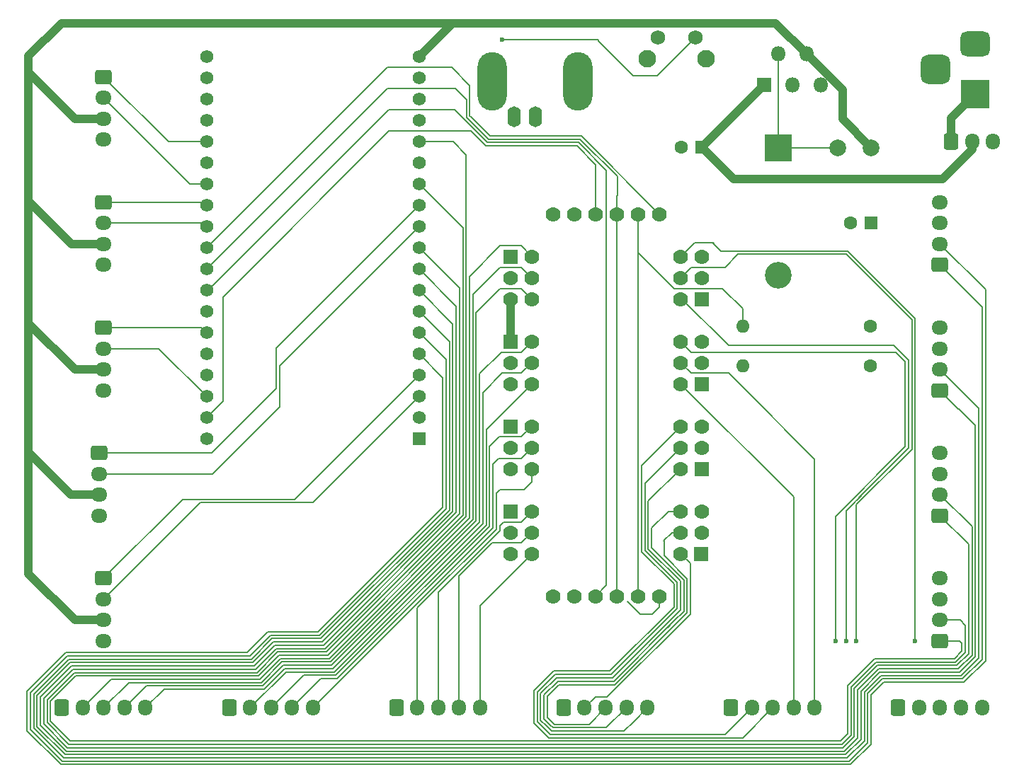
<source format=gbr>
%TF.GenerationSoftware,KiCad,Pcbnew,7.0.8*%
%TF.CreationDate,2024-05-21T16:54:11+02:00*%
%TF.ProjectId,IssaScope_v0.2,49737361-5363-46f7-9065-5f76302e322e,rev?*%
%TF.SameCoordinates,Original*%
%TF.FileFunction,Copper,L1,Top*%
%TF.FilePolarity,Positive*%
%FSLAX46Y46*%
G04 Gerber Fmt 4.6, Leading zero omitted, Abs format (unit mm)*
G04 Created by KiCad (PCBNEW 7.0.8) date 2024-05-21 16:54:11*
%MOMM*%
%LPD*%
G01*
G04 APERTURE LIST*
G04 Aperture macros list*
%AMRoundRect*
0 Rectangle with rounded corners*
0 $1 Rounding radius*
0 $2 $3 $4 $5 $6 $7 $8 $9 X,Y pos of 4 corners*
0 Add a 4 corners polygon primitive as box body*
4,1,4,$2,$3,$4,$5,$6,$7,$8,$9,$2,$3,0*
0 Add four circle primitives for the rounded corners*
1,1,$1+$1,$2,$3*
1,1,$1+$1,$4,$5*
1,1,$1+$1,$6,$7*
1,1,$1+$1,$8,$9*
0 Add four rect primitives between the rounded corners*
20,1,$1+$1,$2,$3,$4,$5,0*
20,1,$1+$1,$4,$5,$6,$7,0*
20,1,$1+$1,$6,$7,$8,$9,0*
20,1,$1+$1,$8,$9,$2,$3,0*%
G04 Aperture macros list end*
%TA.AperFunction,ComponentPad*%
%ADD10C,1.778000*%
%TD*%
%TA.AperFunction,ComponentPad*%
%ADD11R,1.778000X1.778000*%
%TD*%
%TA.AperFunction,ComponentPad*%
%ADD12O,1.600200X2.499360*%
%TD*%
%TA.AperFunction,ComponentPad*%
%ADD13O,3.500120X7.000240*%
%TD*%
%TA.AperFunction,ComponentPad*%
%ADD14R,1.560000X1.560000*%
%TD*%
%TA.AperFunction,ComponentPad*%
%ADD15C,1.560000*%
%TD*%
%TA.AperFunction,ComponentPad*%
%ADD16RoundRect,0.250000X-0.600000X-0.725000X0.600000X-0.725000X0.600000X0.725000X-0.600000X0.725000X0*%
%TD*%
%TA.AperFunction,ComponentPad*%
%ADD17O,1.700000X1.950000*%
%TD*%
%TA.AperFunction,ComponentPad*%
%ADD18C,1.600000*%
%TD*%
%TA.AperFunction,ComponentPad*%
%ADD19O,1.600000X1.600000*%
%TD*%
%TA.AperFunction,ComponentPad*%
%ADD20RoundRect,0.250000X-0.725000X0.600000X-0.725000X-0.600000X0.725000X-0.600000X0.725000X0.600000X0*%
%TD*%
%TA.AperFunction,ComponentPad*%
%ADD21O,1.950000X1.700000*%
%TD*%
%TA.AperFunction,ComponentPad*%
%ADD22RoundRect,0.250000X0.725000X-0.600000X0.725000X0.600000X-0.725000X0.600000X-0.725000X-0.600000X0*%
%TD*%
%TA.AperFunction,ComponentPad*%
%ADD23C,1.750000*%
%TD*%
%TA.AperFunction,ComponentPad*%
%ADD24C,2.100000*%
%TD*%
%TA.AperFunction,ComponentPad*%
%ADD25R,1.800000X1.800000*%
%TD*%
%TA.AperFunction,ComponentPad*%
%ADD26O,1.800000X1.800000*%
%TD*%
%TA.AperFunction,ComponentPad*%
%ADD27C,2.000000*%
%TD*%
%TA.AperFunction,ComponentPad*%
%ADD28R,3.500000X3.500000*%
%TD*%
%TA.AperFunction,ComponentPad*%
%ADD29RoundRect,0.750000X-1.000000X0.750000X-1.000000X-0.750000X1.000000X-0.750000X1.000000X0.750000X0*%
%TD*%
%TA.AperFunction,ComponentPad*%
%ADD30RoundRect,0.875000X-0.875000X0.875000X-0.875000X-0.875000X0.875000X-0.875000X0.875000X0.875000X0*%
%TD*%
%TA.AperFunction,ComponentPad*%
%ADD31O,3.200000X3.200000*%
%TD*%
%TA.AperFunction,ComponentPad*%
%ADD32R,3.200000X3.200000*%
%TD*%
%TA.AperFunction,ComponentPad*%
%ADD33R,1.600000X1.600000*%
%TD*%
%TA.AperFunction,ViaPad*%
%ADD34C,0.600000*%
%TD*%
%TA.AperFunction,Conductor*%
%ADD35C,0.200000*%
%TD*%
%TA.AperFunction,Conductor*%
%ADD36C,1.000000*%
%TD*%
G04 APERTURE END LIST*
D10*
%TO.P,U2,30,XLAT*%
%TO.N,Latch*%
X151460000Y-119630000D03*
%TO.P,U2,2,BLANK*%
%TO.N,OE*%
X148920000Y-119630000D03*
%TO.P,U2,3,SCLK*%
%TO.N,CLK*%
X146380000Y-119630000D03*
%TO.P,U2,29,SOUT*%
%TO.N,MISO*%
X143840000Y-119630000D03*
%TO.P,U2,1,GND*%
%TO.N,GNDREF*%
X141300000Y-119630000D03*
%TO.P,U2,32,VCC*%
%TO.N,VCC*%
X138760000Y-119630000D03*
X138770000Y-73910000D03*
%TO.P,U2,1,GND*%
%TO.N,GNDREF*%
X141290000Y-73910000D03*
%TO.P,U2,4,SIN*%
%TO.N,MOSI*%
X143840000Y-73910000D03*
%TO.P,U2,3,SCLK*%
%TO.N,CLK*%
X146380000Y-73910000D03*
%TO.P,U2,2,BLANK*%
%TO.N,OE*%
X148920000Y-73910000D03*
%TO.P,U2,30,XLAT*%
%TO.N,Latch*%
X151460000Y-73910000D03*
%TO.P,U2,5,OUT0*%
%TO.N,FirstOpto1*%
X136220000Y-78990000D03*
%TO.P,U2,6,OUT1*%
%TO.N,FirstOpto2*%
X136220000Y-81530000D03*
%TO.P,U2,7,OUT2*%
%TO.N,FirstOpto3*%
X136220000Y-84070000D03*
D11*
%TO.P,U2,32,VCC*%
%TO.N,VCC*%
X133680000Y-78990000D03*
D10*
X133680000Y-81530000D03*
X133680000Y-84070000D03*
%TO.P,U2,8,OUT3*%
%TO.N,FirstOpto4*%
X136220000Y-89150000D03*
%TO.P,U2,9,OUT4*%
%TO.N,SecondOpto1*%
X136220000Y-91690000D03*
%TO.P,U2,10,OUT5*%
%TO.N,SecondOpto2*%
X136220000Y-94230000D03*
D11*
%TO.P,U2,32,VCC*%
%TO.N,VCC*%
X133680000Y-89150000D03*
D10*
X133680000Y-91690000D03*
X133680000Y-94230000D03*
D11*
X133680000Y-99310000D03*
X133680000Y-109470000D03*
X156410000Y-114550000D03*
X156540000Y-104390000D03*
X156540000Y-94230000D03*
X156540000Y-84070000D03*
D10*
%TO.P,U2,11,OUT6*%
%TO.N,SecondOpto3*%
X136220000Y-99310000D03*
%TO.P,U2,12,OUT7*%
%TO.N,SecondOpto4*%
X136220000Y-101850000D03*
%TO.P,U2,13,OUT8*%
%TO.N,ThirdOpto1*%
X136220000Y-104390000D03*
%TO.P,U2,32,VCC*%
%TO.N,VCC*%
X133680000Y-101850000D03*
X133680000Y-104390000D03*
%TO.P,U2,14,OUT9*%
%TO.N,ThirdOpto2*%
X136220000Y-109470000D03*
%TO.P,U2,15,OUT10*%
%TO.N,ThirdOpto3*%
X136220000Y-112010000D03*
%TO.P,U2,32,VCC*%
%TO.N,VCC*%
X133680000Y-112010000D03*
X133680000Y-114550000D03*
%TO.P,U2,16,OUT11*%
%TO.N,ThirdOpto4*%
X136220000Y-114550000D03*
%TO.P,U2,17,OUT12*%
%TO.N,FourthOpto1*%
X154000000Y-114550000D03*
%TO.P,U2,18,OUT13*%
%TO.N,FourthOpto2*%
X154000000Y-112010000D03*
%TO.P,U2,32,VCC*%
%TO.N,VCC*%
X156540000Y-112010000D03*
X156540000Y-109470000D03*
%TO.P,U2,19,OUT14*%
%TO.N,FourthOpto3*%
X154000000Y-109470000D03*
%TO.P,U2,20,OUT15*%
%TO.N,FourthOpto4*%
X154000000Y-104390000D03*
%TO.P,U2,21,OUT16*%
%TO.N,White1*%
X154000000Y-101850000D03*
%TO.P,U2,22,OUT17*%
%TO.N,White2*%
X154000000Y-99310000D03*
%TO.P,U2,32,VCC*%
%TO.N,VCC*%
X156540000Y-99310000D03*
X156540000Y-101850000D03*
%TO.P,U2,23,OUT18*%
%TO.N,White3*%
X154000000Y-94230000D03*
%TO.P,U2,24,OUT19*%
%TO.N,White4*%
X154000000Y-91690000D03*
%TO.P,U2,32,VCC*%
%TO.N,VCC*%
X156540000Y-91690000D03*
%TO.P,U2,28,OUT23*%
%TO.N,IR4*%
X154000000Y-78990000D03*
%TO.P,U2,32,VCC*%
%TO.N,VCC*%
X156540000Y-78990000D03*
%TO.P,U2,27,OUT22*%
%TO.N,IR3*%
X154000000Y-81530000D03*
%TO.P,U2,32,VCC*%
%TO.N,VCC*%
X156540000Y-81530000D03*
%TO.P,U2,26,OUT21*%
%TO.N,IR2*%
X154000000Y-84070000D03*
%TO.P,U2,32,VCC*%
%TO.N,VCC*%
X156540000Y-89150000D03*
%TO.P,U2,25,OUT20*%
%TO.N,IR1*%
X154000000Y-89150000D03*
%TD*%
D12*
%TO.P,J26,2,Ext*%
%TO.N,GNDREF*%
X134075640Y-62276260D03*
%TO.P,J26,1,In*%
%TO.N,Trigger*%
X136575000Y-62276260D03*
D13*
%TO.P,J26,2,Ext*%
%TO.N,GNDREF*%
X141675320Y-58011600D03*
X131477220Y-58011600D03*
%TD*%
D14*
%TO.P,U1,1,3V3*%
%TO.N,3.3V*%
X122700000Y-100820000D03*
D15*
%TO.P,U1,2,EN*%
%TO.N,Net-(U1-EN)*%
X122700000Y-98280000D03*
%TO.P,U1,19,EXT_5V*%
%TO.N,5V*%
X122700000Y-55100000D03*
%TO.P,U1,3,SENSOR_VP*%
%TO.N,Sensor_VP*%
X122700000Y-95740000D03*
%TO.P,U1,4,SENSOR_VN*%
%TO.N,Sensor_VN*%
X122700000Y-93200000D03*
%TO.P,U1,5,IO34*%
%TO.N,GPIO34*%
X122700000Y-90660000D03*
%TO.P,U1,6,IO35*%
%TO.N,GPIO35*%
X122700000Y-88120000D03*
%TO.P,U1,7,IO32*%
%TO.N,GPIO32*%
X122700000Y-85580000D03*
%TO.P,U1,8,IO33*%
%TO.N,GPIO33*%
X122700000Y-83040000D03*
%TO.P,U1,9,IO25*%
%TO.N,GPIO25*%
X122700000Y-80500000D03*
%TO.P,U1,10,IO26*%
%TO.N,GPIO26*%
X122700000Y-77960000D03*
%TO.P,U1,11,IO27*%
%TO.N,GPIO27*%
X122700000Y-75420000D03*
%TO.P,U1,12,IO14*%
%TO.N,GPIO14*%
X122700000Y-72880000D03*
%TO.P,U1,13,IO12*%
%TO.N,GPIO12*%
X122700000Y-70340000D03*
%TO.P,U1,14,GND1*%
%TO.N,GNDREF*%
X122700000Y-67800000D03*
%TO.P,U1,15,IO13*%
%TO.N,GPIO13*%
X122700000Y-65260000D03*
%TO.P,U1,16,SD2*%
%TO.N,unconnected-(U1-SD2-Pad16)*%
X122700000Y-62720000D03*
%TO.P,U1,17,SD3*%
%TO.N,unconnected-(U1-SD3-Pad17)*%
X122700000Y-60180000D03*
%TO.P,U1,18,CMD*%
%TO.N,unconnected-(U1-CMD-Pad18)*%
X122700000Y-57640000D03*
%TO.P,U1,20,GND3*%
%TO.N,GNDREF*%
X97300000Y-100820000D03*
%TO.P,U1,21,IO23*%
%TO.N,MOSI*%
X97300000Y-98280000D03*
%TO.P,U1,22,IO22*%
%TO.N,GPIO22*%
X97300000Y-95740000D03*
%TO.P,U1,23,TXD0*%
%TO.N,unconnected-(U1-TXD0-Pad23)*%
X97300000Y-93200000D03*
%TO.P,U1,24,RXD0*%
%TO.N,unconnected-(U1-RXD0-Pad24)*%
X97300000Y-90660000D03*
%TO.P,U1,25,IO21*%
%TO.N,GPIO21*%
X97300000Y-88120000D03*
%TO.P,U1,26,GND2*%
%TO.N,GNDREF*%
X97300000Y-85580000D03*
%TO.P,U1,27,IO19*%
%TO.N,MISO*%
X97300000Y-83040000D03*
%TO.P,U1,28,IO18*%
%TO.N,CLK*%
X97300000Y-80500000D03*
%TO.P,U1,29,IO5*%
%TO.N,Latch*%
X97300000Y-77960000D03*
%TO.P,U1,30,IO17*%
%TO.N,GPIO17*%
X97300000Y-75420000D03*
%TO.P,U1,31,IO16*%
%TO.N,GPIO16*%
X97300000Y-72880000D03*
%TO.P,U1,32,IO4*%
%TO.N,GPIO4*%
X97300000Y-70340000D03*
%TO.P,U1,33,IO0*%
%TO.N,Trigger*%
X97300000Y-67800000D03*
%TO.P,U1,34,IO2*%
%TO.N,GPIO2*%
X97300000Y-65260000D03*
%TO.P,U1,35,IO15*%
%TO.N,Net-(U1-IO15)*%
X97300000Y-62720000D03*
%TO.P,U1,36,SD1*%
%TO.N,unconnected-(U1-SD1-Pad36)*%
X97300000Y-60180000D03*
%TO.P,U1,37,SD0*%
%TO.N,unconnected-(U1-SD0-Pad37)*%
X97300000Y-57640000D03*
%TO.P,U1,38,CLK*%
%TO.N,unconnected-(U1-CLK-Pad38)*%
X97300000Y-55100000D03*
%TD*%
D16*
%TO.P,J4,1,Pin_1*%
%TO.N,VCC*%
X140000000Y-133000000D03*
D17*
%TO.P,J4,2,Pin_2*%
%TO.N,FourthOpto1*%
X142500000Y-133000000D03*
%TO.P,J4,3,Pin_3*%
%TO.N,FourthOpto2*%
X145000000Y-133000000D03*
%TO.P,J4,4,Pin_4*%
%TO.N,FourthOpto3*%
X147500000Y-133000000D03*
%TO.P,J4,5,Pin_5*%
%TO.N,FourthOpto4*%
X150000000Y-133000000D03*
%TD*%
D18*
%TO.P,R2,1*%
%TO.N,GNDREF*%
X176690000Y-87325000D03*
D19*
%TO.P,R2,2*%
%TO.N,OE*%
X161450000Y-87325000D03*
%TD*%
D18*
%TO.P,R1,1*%
%TO.N,Net-(U1-IO15)*%
X176690000Y-92075000D03*
D19*
%TO.P,R1,2*%
%TO.N,OE*%
X161450000Y-92075000D03*
%TD*%
D20*
%TO.P,J35,1,Pin_1*%
%TO.N,Sensor_VN*%
X85000000Y-117500000D03*
D21*
%TO.P,J35,2,Pin_2*%
%TO.N,Sensor_VP*%
X85000000Y-120000000D03*
%TO.P,J35,3,Pin_3*%
%TO.N,5V*%
X85000000Y-122500000D03*
%TO.P,J35,4,Pin_4*%
%TO.N,GNDREF*%
X85000000Y-125000000D03*
%TD*%
D20*
%TO.P,J34,1,Pin_1*%
%TO.N,GPIO2*%
X85000000Y-57500000D03*
D21*
%TO.P,J34,2,Pin_2*%
%TO.N,GPIO4*%
X85000000Y-60000000D03*
%TO.P,J34,3,Pin_3*%
%TO.N,5V*%
X85000000Y-62500000D03*
%TO.P,J34,4,Pin_4*%
%TO.N,GNDREF*%
X85000000Y-65000000D03*
%TD*%
D20*
%TO.P,J33,1,Pin_1*%
%TO.N,GPIO16*%
X85000000Y-72500000D03*
D21*
%TO.P,J33,2,Pin_2*%
%TO.N,GPIO17*%
X85000000Y-75000000D03*
%TO.P,J33,3,Pin_3*%
%TO.N,5V*%
X85000000Y-77500000D03*
%TO.P,J33,4,Pin_4*%
%TO.N,GNDREF*%
X85000000Y-80000000D03*
%TD*%
%TO.P,J32,4,Pin_4*%
%TO.N,GNDREF*%
X85000000Y-95000000D03*
%TO.P,J32,3,Pin_3*%
%TO.N,5V*%
X85000000Y-92500000D03*
%TO.P,J32,2,Pin_2*%
%TO.N,GPIO22*%
X85000000Y-90000000D03*
D20*
%TO.P,J32,1,Pin_1*%
%TO.N,GPIO21*%
X85000000Y-87500000D03*
%TD*%
D21*
%TO.P,J31,4,Pin_4*%
%TO.N,GNDREF*%
X185000000Y-117500000D03*
%TO.P,J31,3,Pin_3*%
%TO.N,5V*%
X185000000Y-120000000D03*
%TO.P,J31,2,Pin_2*%
%TO.N,GPIO12*%
X185000000Y-122500000D03*
D22*
%TO.P,J31,1,Pin_1*%
%TO.N,GPIO13*%
X185000000Y-125000000D03*
%TD*%
D20*
%TO.P,J30,1,Pin_1*%
%TO.N,GPIO14*%
X84500000Y-102500000D03*
D21*
%TO.P,J30,2,Pin_2*%
%TO.N,GPIO27*%
X84500000Y-105000000D03*
%TO.P,J30,3,Pin_3*%
%TO.N,5V*%
X84500000Y-107500000D03*
%TO.P,J30,4,Pin_4*%
%TO.N,GNDREF*%
X84500000Y-110000000D03*
%TD*%
D22*
%TO.P,J29,1,Pin_1*%
%TO.N,GPIO26*%
X185000000Y-110000000D03*
D21*
%TO.P,J29,2,Pin_2*%
%TO.N,GPIO25*%
X185000000Y-107500000D03*
%TO.P,J29,3,Pin_3*%
%TO.N,5V*%
X185000000Y-105000000D03*
%TO.P,J29,4,Pin_4*%
%TO.N,GNDREF*%
X185000000Y-102500000D03*
%TD*%
%TO.P,J28,4,Pin_4*%
%TO.N,GNDREF*%
X185000000Y-87500000D03*
%TO.P,J28,3,Pin_3*%
%TO.N,5V*%
X185000000Y-90000000D03*
%TO.P,J28,2,Pin_2*%
%TO.N,GPIO32*%
X185000000Y-92500000D03*
D22*
%TO.P,J28,1,Pin_1*%
%TO.N,GPIO33*%
X185000000Y-95000000D03*
%TD*%
D21*
%TO.P,J27,4,Pin_4*%
%TO.N,GNDREF*%
X185000000Y-72500000D03*
%TO.P,J27,3,Pin_3*%
%TO.N,5V*%
X185000000Y-75000000D03*
%TO.P,J27,2,Pin_2*%
%TO.N,GPIO34*%
X185000000Y-77500000D03*
D22*
%TO.P,J27,1,Pin_1*%
%TO.N,GPIO35*%
X185000000Y-80000000D03*
%TD*%
D16*
%TO.P,J6,1,Pin_1*%
%TO.N,VCC*%
X180000000Y-133000000D03*
D17*
%TO.P,J6,2,Pin_2*%
%TO.N,IR1*%
X182500000Y-133000000D03*
%TO.P,J6,3,Pin_3*%
%TO.N,IR2*%
X185000000Y-133000000D03*
%TO.P,J6,4,Pin_4*%
%TO.N,IR3*%
X187500000Y-133000000D03*
%TO.P,J6,5,Pin_5*%
%TO.N,IR4*%
X190000000Y-133000000D03*
%TD*%
D16*
%TO.P,J5,1,Pin_1*%
%TO.N,VCC*%
X160000000Y-133000000D03*
D17*
%TO.P,J5,2,Pin_2*%
%TO.N,White1*%
X162500000Y-133000000D03*
%TO.P,J5,3,Pin_3*%
%TO.N,White2*%
X165000000Y-133000000D03*
%TO.P,J5,4,Pin_4*%
%TO.N,White3*%
X167500000Y-133000000D03*
%TO.P,J5,5,Pin_5*%
%TO.N,White4*%
X170000000Y-133000000D03*
%TD*%
D16*
%TO.P,J3,1,Pin_1*%
%TO.N,VCC*%
X120000000Y-133000000D03*
D17*
%TO.P,J3,2,Pin_2*%
%TO.N,ThirdOpto1*%
X122500000Y-133000000D03*
%TO.P,J3,3,Pin_3*%
%TO.N,ThirdOpto2*%
X125000000Y-133000000D03*
%TO.P,J3,4,Pin_4*%
%TO.N,ThirdOpto3*%
X127500000Y-133000000D03*
%TO.P,J3,5,Pin_5*%
%TO.N,ThirdOpto4*%
X130000000Y-133000000D03*
%TD*%
D16*
%TO.P,J2,1,Pin_1*%
%TO.N,VCC*%
X100000000Y-133000000D03*
D17*
%TO.P,J2,2,Pin_2*%
%TO.N,SecondOpto1*%
X102500000Y-133000000D03*
%TO.P,J2,3,Pin_3*%
%TO.N,SecondOpto2*%
X105000000Y-133000000D03*
%TO.P,J2,4,Pin_4*%
%TO.N,SecondOpto3*%
X107500000Y-133000000D03*
%TO.P,J2,5,Pin_5*%
%TO.N,SecondOpto4*%
X110000000Y-133000000D03*
%TD*%
D16*
%TO.P,J1,1,Pin_1*%
%TO.N,VCC*%
X80000000Y-133000000D03*
D17*
%TO.P,J1,2,Pin_2*%
%TO.N,FirstOpto1*%
X82500000Y-133000000D03*
%TO.P,J1,3,Pin_3*%
%TO.N,FirstOpto2*%
X85000000Y-133000000D03*
%TO.P,J1,4,Pin_4*%
%TO.N,FirstOpto3*%
X87500000Y-133000000D03*
%TO.P,J1,5,Pin_5*%
%TO.N,FirstOpto4*%
X90000000Y-133000000D03*
%TD*%
D23*
%TO.P,SW2,2,2*%
%TO.N,Net-(U1-EN)*%
X155725000Y-52800000D03*
%TO.P,SW2,1,1*%
%TO.N,GNDREF*%
X151225000Y-52800000D03*
D24*
%TO.P,SW2,*%
%TO.N,*%
X156985000Y-55290000D03*
X149975000Y-55290000D03*
%TD*%
D25*
%TO.P,U3,1,VIN*%
%TO.N,VCC*%
X163975000Y-58475000D03*
D26*
%TO.P,U3,2,OUT*%
%TO.N,Net-(D1-K)*%
X165675000Y-54775000D03*
%TO.P,U3,3,GND*%
%TO.N,GNDREF*%
X167375000Y-58475000D03*
%TO.P,U3,4,FB*%
%TO.N,5V*%
X169075000Y-54775000D03*
%TO.P,U3,5,~{ON}/OFF*%
%TO.N,GNDREF*%
X170775000Y-58475000D03*
%TD*%
D17*
%TO.P,SW1,3,K*%
%TO.N,GNDREF*%
X191325000Y-65225000D03*
%TO.P,SW1,2,2*%
%TO.N,VCC*%
X188825000Y-65225000D03*
D16*
%TO.P,SW1,1,1*%
%TO.N,Net-(J36-Pad1)*%
X186325000Y-65225000D03*
%TD*%
D27*
%TO.P,L1,1,1*%
%TO.N,Net-(D1-K)*%
X172775000Y-65975000D03*
%TO.P,L1,2,2*%
%TO.N,5V*%
X176775000Y-65975000D03*
%TD*%
D28*
%TO.P,J36,1*%
%TO.N,Net-(J36-Pad1)*%
X189175000Y-59575000D03*
D29*
%TO.P,J36,2*%
%TO.N,GNDREF*%
X189175000Y-53575000D03*
D30*
%TO.P,J36,3*%
X184475000Y-56575000D03*
%TD*%
D31*
%TO.P,D1,2,A*%
%TO.N,GNDREF*%
X165675000Y-81215000D03*
D32*
%TO.P,D1,1,K*%
%TO.N,Net-(D1-K)*%
X165675000Y-65975000D03*
%TD*%
D18*
%TO.P,C2,2*%
%TO.N,GNDREF*%
X174257380Y-75000000D03*
D33*
%TO.P,C2,1*%
%TO.N,5V*%
X176757380Y-75000000D03*
%TD*%
%TO.P,C1,1*%
%TO.N,VCC*%
X156550000Y-65925000D03*
D18*
%TO.P,C1,2*%
%TO.N,GNDREF*%
X154050000Y-65925000D03*
%TD*%
D34*
%TO.N,Net-(U1-EN)*%
X132600000Y-53075000D03*
%TO.N,IR4*%
X182025000Y-125000000D03*
%TO.N,IR3*%
X175000000Y-125000000D03*
%TO.N,IR2*%
X173750000Y-125000000D03*
X173750000Y-125000000D03*
%TO.N,IR1*%
X172500000Y-125000000D03*
%TD*%
D35*
%TO.N,Net-(U1-EN)*%
X144025000Y-53075000D02*
X144337500Y-53387500D01*
X132600000Y-53075000D02*
X144025000Y-53075000D01*
X144337500Y-53387500D02*
X148337500Y-57387500D01*
X144187500Y-53237500D02*
X144337500Y-53387500D01*
%TO.N,White4*%
X155260000Y-92950000D02*
X154000000Y-91690000D01*
X159700000Y-92950000D02*
X155260000Y-92950000D01*
X161475000Y-94725000D02*
X159700000Y-92950000D01*
X170000000Y-103250000D02*
X161475000Y-94725000D01*
%TO.N,IR1*%
X172500000Y-110075000D02*
X172500000Y-125000000D01*
X180825000Y-101750000D02*
X172500000Y-110075000D01*
X180825000Y-91540686D02*
X180825000Y-101750000D01*
X179709314Y-90425000D02*
X180825000Y-91540686D01*
X155275000Y-90425000D02*
X179709314Y-90425000D01*
X154000000Y-89150000D02*
X155275000Y-90425000D01*
%TO.N,IR2*%
X154135686Y-84070000D02*
X154000000Y-84070000D01*
X159690686Y-89625000D02*
X154135686Y-84070000D01*
X179475000Y-89625000D02*
X159690686Y-89625000D01*
X181225000Y-91375000D02*
X179475000Y-89625000D01*
X181225000Y-101915686D02*
X181225000Y-91375000D01*
X176345343Y-106795343D02*
X181225000Y-101915686D01*
%TO.N,IR3*%
X155255000Y-80275000D02*
X154000000Y-81530000D01*
X159275000Y-80275000D02*
X155255000Y-80275000D01*
X160825000Y-78725000D02*
X159275000Y-80275000D01*
X173775000Y-78725000D02*
X160825000Y-78725000D01*
X181625000Y-86575000D02*
X173775000Y-78725000D01*
X181625000Y-102081372D02*
X181625000Y-86575000D01*
X175000000Y-108706372D02*
X181625000Y-102081372D01*
X175000000Y-125000000D02*
X175000000Y-108706372D01*
%TO.N,IR4*%
X182025000Y-86409314D02*
X180632843Y-85017157D01*
X180632843Y-85017157D02*
X181062500Y-85446815D01*
X173940686Y-78325000D02*
X180632843Y-85017157D01*
X182025000Y-125000000D02*
X182025000Y-86409314D01*
%TO.N,IR2*%
X176345343Y-106795343D02*
X173750000Y-109390686D01*
X173750000Y-109390686D02*
X173750000Y-125000000D01*
X176345343Y-106795343D02*
X175025000Y-108115686D01*
%TO.N,White4*%
X170000000Y-133000000D02*
X170000000Y-103250000D01*
%TO.N,White3*%
X167500000Y-107730000D02*
X154000000Y-94230000D01*
X167500000Y-133000000D02*
X167500000Y-107730000D01*
%TO.N,FourthOpto1*%
X155168628Y-115718628D02*
X155168628Y-121756371D01*
X143773753Y-131726247D02*
X142500000Y-133000000D01*
X154000000Y-114550000D02*
X155168628Y-115718628D01*
X155168628Y-121756371D02*
X145198753Y-131726247D01*
X145198753Y-131726247D02*
X143773753Y-131726247D01*
%TO.N,GPIO13*%
X187625000Y-125300000D02*
X187325000Y-125000000D01*
X187625000Y-126200000D02*
X187625000Y-125300000D01*
X186700000Y-127125000D02*
X187625000Y-126200000D01*
X173950002Y-130315198D02*
X177140205Y-127125000D01*
X177140205Y-127125000D02*
X186700000Y-127125000D01*
X173950000Y-136096570D02*
X173950002Y-130315198D01*
X173071570Y-136975000D02*
X173950000Y-136096570D01*
X78650000Y-134600000D02*
X81025000Y-136975000D01*
X81025000Y-136975000D02*
X173071570Y-136975000D01*
X78650000Y-132175000D02*
X78650000Y-134600000D01*
X81650000Y-129175000D02*
X78650000Y-132175000D01*
X103496570Y-129175000D02*
X81650000Y-129175000D01*
X187325000Y-125000000D02*
X185000000Y-125000000D01*
X105971572Y-126700000D02*
X103496570Y-129175000D01*
X111774512Y-126700000D02*
X105971572Y-126700000D01*
X128338971Y-110135541D02*
X111774512Y-126700000D01*
X128338971Y-66813971D02*
X128338971Y-110135541D01*
X126785000Y-65260000D02*
X128338971Y-66813971D01*
X122700000Y-65260000D02*
X126785000Y-65260000D01*
%TO.N,GPIO12*%
X187400000Y-122500000D02*
X185000000Y-122500000D01*
X188025000Y-123125000D02*
X187400000Y-122500000D01*
X188025000Y-126365686D02*
X188025000Y-123125000D01*
X186865686Y-127525000D02*
X188025000Y-126365686D01*
X177305890Y-127525000D02*
X186865686Y-127525000D01*
X174350001Y-130480884D02*
X177305890Y-127525000D01*
X174350000Y-136262256D02*
X174350001Y-130480884D01*
X173237256Y-137375000D02*
X174350000Y-136262256D01*
X80859314Y-137375000D02*
X173237256Y-137375000D01*
X78250000Y-134765685D02*
X80859314Y-137375000D01*
X78250000Y-132009314D02*
X78250000Y-134765685D01*
X81484315Y-128775000D02*
X78250000Y-132009314D01*
X103330884Y-128775000D02*
X81484315Y-128775000D01*
X105805887Y-126300000D02*
X103330884Y-128775000D01*
X111608825Y-126300001D02*
X105805887Y-126300000D01*
X127938971Y-109969855D02*
X111608825Y-126300001D01*
X127938971Y-75578971D02*
X127938971Y-109969855D01*
X122700000Y-70340000D02*
X127938971Y-75578971D01*
%TO.N,GPIO26*%
X188425000Y-113425000D02*
X185000000Y-110000000D01*
X188425000Y-126531372D02*
X188425000Y-113425000D01*
X187031372Y-127925000D02*
X188425000Y-126531372D01*
X177471575Y-127925000D02*
X187031372Y-127925000D01*
X174750000Y-136427942D02*
X174750001Y-130646570D01*
X173402942Y-137775000D02*
X174750000Y-136427942D01*
X80693628Y-137775000D02*
X173402942Y-137775000D01*
X77850000Y-134931370D02*
X80693628Y-137775000D01*
X77850000Y-131843628D02*
X77850000Y-134931370D01*
X81318630Y-128375000D02*
X77850000Y-131843628D01*
X103165198Y-128375000D02*
X81318630Y-128375000D01*
X105640202Y-125900000D02*
X103165198Y-128375000D01*
X111443140Y-125900000D02*
X105640202Y-125900000D01*
X127538971Y-109804169D02*
X111443140Y-125900000D01*
X127538971Y-82798971D02*
X127538971Y-109804169D01*
X122700000Y-77960000D02*
X127538971Y-82798971D01*
X174750001Y-130646570D02*
X177471575Y-127925000D01*
%TO.N,GPIO25*%
X188825000Y-111325000D02*
X185000000Y-107500000D01*
X188825000Y-126697058D02*
X188825000Y-111325000D01*
X187197058Y-128325000D02*
X188825000Y-126697058D01*
X177637260Y-128325000D02*
X187197058Y-128325000D01*
X175150000Y-130812256D02*
X177637260Y-128325000D01*
X175150000Y-136593628D02*
X175150000Y-130812256D01*
X173568628Y-138175000D02*
X175150000Y-136593628D01*
X137540199Y-138174998D02*
X173568628Y-138175000D01*
X137540197Y-138175000D02*
X137540199Y-138174998D01*
X80525000Y-138175000D02*
X137540197Y-138175000D01*
X77450000Y-135100000D02*
X80525000Y-138175000D01*
X77450000Y-131677942D02*
X77450000Y-135100000D01*
X81152945Y-127975000D02*
X77450000Y-131677942D01*
X102999513Y-127975000D02*
X81152945Y-127975000D01*
X105474514Y-125500000D02*
X102999513Y-127975000D01*
X111277454Y-125500000D02*
X105474514Y-125500000D01*
X127138971Y-109638483D02*
X111277454Y-125500000D01*
X127138971Y-84938971D02*
X127138971Y-109638483D01*
X122700000Y-80500000D02*
X127138971Y-84938971D01*
%TO.N,GPIO33*%
X189225000Y-99150000D02*
X187275000Y-97200000D01*
X189225000Y-126862744D02*
X189225000Y-99150000D01*
X187362744Y-128725000D02*
X189225000Y-126862744D01*
X177802945Y-128725000D02*
X187362744Y-128725000D01*
X175550000Y-130977942D02*
X177802945Y-128725000D01*
X175550000Y-136759314D02*
X175550000Y-130977942D01*
X173734314Y-138575000D02*
X175550000Y-136759314D01*
X80359312Y-138574998D02*
X173734314Y-138575000D01*
X77050000Y-135265685D02*
X80359312Y-138574998D01*
X77050000Y-131512256D02*
X77050000Y-135265685D01*
X80987260Y-127575000D02*
X77050000Y-131512256D01*
X187275000Y-97200000D02*
X187200000Y-97200000D01*
X102833827Y-127575000D02*
X80987260Y-127575000D01*
X187200000Y-97200000D02*
X185000000Y-95000000D01*
X105308829Y-125100000D02*
X102833827Y-127575000D01*
X111111768Y-125100000D02*
X105308829Y-125100000D01*
X126738971Y-109472797D02*
X111111768Y-125100000D01*
X126738971Y-87078971D02*
X126738971Y-109472797D01*
X122700000Y-83040000D02*
X126738971Y-87078971D01*
%TO.N,GPIO32*%
X189625000Y-97125000D02*
X185000000Y-92500000D01*
X189625000Y-127028430D02*
X189625000Y-97125000D01*
X187528430Y-129125000D02*
X189625000Y-127028430D01*
X177968630Y-129125000D02*
X187528430Y-129125000D01*
X175950000Y-131143628D02*
X177968630Y-129125000D01*
X175950000Y-136925000D02*
X175950000Y-131143628D01*
X173900000Y-138975000D02*
X175950000Y-136925000D01*
X80193626Y-138974998D02*
X173900000Y-138975000D01*
X76650000Y-135431370D02*
X80193626Y-138974998D01*
X76650000Y-131346570D02*
X76650000Y-135431370D01*
X80821575Y-127175000D02*
X76650000Y-131346570D01*
X102668141Y-127175000D02*
X80821575Y-127175000D01*
X105143144Y-124700000D02*
X102668141Y-127175000D01*
X110946082Y-124700000D02*
X105143144Y-124700000D01*
X126338971Y-109307111D02*
X110946082Y-124700000D01*
X126338971Y-107175000D02*
X126338971Y-109307111D01*
%TO.N,GPIO35*%
X190025000Y-127194116D02*
X190025000Y-85025000D01*
X187694116Y-129525000D02*
X190025000Y-127194116D01*
X176350000Y-131309314D02*
X178134315Y-129525000D01*
X176350000Y-137184314D02*
X176350000Y-131309314D01*
X174159314Y-139375000D02*
X176350000Y-137184314D01*
X111574996Y-139374996D02*
X174159314Y-139375000D01*
X111574992Y-139375000D02*
X111574996Y-139374996D01*
X178134315Y-129525000D02*
X187694116Y-129525000D01*
X80027942Y-139375000D02*
X111574992Y-139375000D01*
X76250000Y-131180884D02*
X76250000Y-135597055D01*
X80655890Y-126775000D02*
X76250000Y-131180884D01*
X102502455Y-126775000D02*
X80655890Y-126775000D01*
X104977459Y-124300000D02*
X102502455Y-126775000D01*
X110780396Y-124300000D02*
X104977459Y-124300000D01*
X190025000Y-85025000D02*
X185000000Y-80000000D01*
X125938971Y-109141425D02*
X110780396Y-124300000D01*
X125925000Y-109127454D02*
X125938971Y-109141425D01*
X125925000Y-91345000D02*
X125925000Y-109127454D01*
X122700000Y-88120000D02*
X125925000Y-91345000D01*
X76250000Y-135597055D02*
X80027942Y-139375000D01*
%TO.N,GPIO34*%
X125525000Y-93485000D02*
X122700000Y-90660000D01*
X125525000Y-108989710D02*
X125525000Y-93485000D01*
X110614710Y-123900000D02*
X125525000Y-108989710D01*
X80490205Y-126375000D02*
X102125000Y-126375000D01*
X75850000Y-131015198D02*
X80490205Y-126375000D01*
X75850000Y-135762740D02*
X75850000Y-131015198D01*
X79862256Y-139775000D02*
X75850000Y-135762740D01*
X136877451Y-139775000D02*
X79862256Y-139775000D01*
X136877455Y-139774996D02*
X136877451Y-139775000D01*
X190424998Y-127359804D02*
X187859802Y-129925000D01*
X187859802Y-129925000D02*
X178300000Y-129925000D01*
X104600000Y-123900000D02*
X110614710Y-123900000D01*
X176750000Y-137350000D02*
X174325000Y-139775000D01*
X102125000Y-126375000D02*
X104600000Y-123900000D01*
X174325000Y-139775000D02*
X136877455Y-139774996D01*
X190425000Y-82925000D02*
X190424998Y-127359804D01*
X176750000Y-131475000D02*
X176750000Y-137350000D01*
X178300000Y-129925000D02*
X176750000Y-131475000D01*
X185000000Y-77500000D02*
X190425000Y-82925000D01*
%TO.N,IR4*%
X158775000Y-78325000D02*
X173940686Y-78325000D01*
X157775000Y-77325000D02*
X158775000Y-78325000D01*
X157775000Y-77325000D02*
X155665000Y-77325000D01*
X157975000Y-77325000D02*
X157775000Y-77325000D01*
%TO.N,GPIO27*%
X98025000Y-105000000D02*
X84500000Y-105000000D01*
X106050000Y-96975000D02*
X98025000Y-105000000D01*
X106050000Y-92070000D02*
X106050000Y-96975000D01*
X122700000Y-75420000D02*
X106050000Y-92070000D01*
%TO.N,GPIO14*%
X105650000Y-94750000D02*
X97900000Y-102500000D01*
X105655000Y-89925000D02*
X105650000Y-89925000D01*
X105650000Y-89925000D02*
X105650000Y-94750000D01*
X122700000Y-72880000D02*
X105655000Y-89925000D01*
X97900000Y-102500000D02*
X84500000Y-102500000D01*
%TO.N,MOSI*%
X128927942Y-64000000D02*
X119125000Y-64000000D01*
X119125000Y-64000000D02*
X99300000Y-83825000D01*
X99300000Y-83825000D02*
X99300000Y-96280000D01*
X141602942Y-65750000D02*
X130677943Y-65750000D01*
X99300000Y-96280000D02*
X97300000Y-98280000D01*
X143840000Y-67987058D02*
X141602942Y-65750000D01*
X130677943Y-65750000D02*
X128927942Y-64000000D01*
X143840000Y-73910000D02*
X143840000Y-67987058D01*
%TO.N,MISO*%
X145125000Y-118345000D02*
X143840000Y-119630000D01*
X141768628Y-65350000D02*
X145125000Y-68706372D01*
X130843628Y-65350000D02*
X141768628Y-65350000D01*
X126943628Y-61450000D02*
X130843628Y-65350000D01*
X119050000Y-61450000D02*
X126943628Y-61450000D01*
X97460000Y-83040000D02*
X119050000Y-61450000D01*
X145125000Y-68706372D02*
X145125000Y-118345000D01*
X97300000Y-83040000D02*
X97460000Y-83040000D01*
%TO.N,CLK*%
X128375000Y-62315686D02*
X129092157Y-63032843D01*
X128375000Y-60250000D02*
X128375000Y-62315686D01*
X127025000Y-58900000D02*
X128375000Y-60250000D01*
X118925000Y-58900000D02*
X127025000Y-58900000D01*
X115275000Y-62550000D02*
X118925000Y-58900000D01*
X131009314Y-64950000D02*
X129092157Y-63032843D01*
X115275000Y-62550000D02*
X116375000Y-61450000D01*
X106300000Y-71525000D02*
X115275000Y-62550000D01*
X106275000Y-71525000D02*
X106300000Y-71525000D01*
X97300000Y-80500000D02*
X106275000Y-71525000D01*
%TO.N,Latch*%
X119300000Y-56375000D02*
X118885000Y-56375000D01*
X119300000Y-56375000D02*
X126600000Y-56375000D01*
X118885000Y-56375000D02*
X97300000Y-77960000D01*
X128775000Y-62150000D02*
X128912500Y-62287500D01*
X128775000Y-58550000D02*
X128775000Y-62150000D01*
X126600000Y-56375000D02*
X128775000Y-58550000D01*
X131175000Y-64550000D02*
X128912500Y-62287500D01*
X108225000Y-67035000D02*
X97300000Y-77960000D01*
%TO.N,CLK*%
X146400000Y-69415686D02*
X141934314Y-64950000D01*
X141934314Y-64950000D02*
X131009314Y-64950000D01*
X146400000Y-71625000D02*
X146400000Y-69415686D01*
X146380000Y-73910000D02*
X146380000Y-71645000D01*
X146380000Y-71645000D02*
X146400000Y-71625000D01*
D36*
%TO.N,5V*%
X126750000Y-51050000D02*
X122700000Y-55100000D01*
X133600000Y-51050000D02*
X126750000Y-51050000D01*
X133600000Y-51050000D02*
X165350000Y-51050000D01*
X80000000Y-51050000D02*
X133600000Y-51050000D01*
D35*
%TO.N,Net-(U1-EN)*%
X151137500Y-57387500D02*
X155725000Y-52800000D01*
X148337500Y-57387500D02*
X151137500Y-57387500D01*
%TO.N,OE*%
X148920000Y-104280000D02*
X148900000Y-104300000D01*
X148920000Y-73910000D02*
X148920000Y-104280000D01*
X148900000Y-104300000D02*
X148900000Y-101075000D01*
X148900000Y-104450000D02*
X148900000Y-104300000D01*
%TO.N,CLK*%
X146380000Y-119630000D02*
X146380000Y-73910000D01*
%TO.N,Latch*%
X142100000Y-64550000D02*
X131175000Y-64550000D01*
X151460000Y-73910000D02*
X142100000Y-64550000D01*
%TO.N,OE*%
X161450000Y-85250000D02*
X161450000Y-87325000D01*
X153225000Y-82800000D02*
X159000000Y-82800000D01*
X148920000Y-78495000D02*
X153225000Y-82800000D01*
X159000000Y-82800000D02*
X161450000Y-85250000D01*
X148920000Y-73910000D02*
X148920000Y-78495000D01*
%TO.N,ThirdOpto1*%
X135295000Y-106900000D02*
X136220000Y-105975000D01*
X122500000Y-121065686D02*
X131950000Y-111615686D01*
X122500000Y-133000000D02*
X122500000Y-121065686D01*
X131950000Y-111615686D02*
X131950000Y-107350000D01*
X131950000Y-107350000D02*
X132400000Y-106900000D01*
X132400000Y-106900000D02*
X135295000Y-106900000D01*
X136220000Y-105975000D02*
X136220000Y-104390000D01*
%TO.N,SecondOpto4*%
X132250000Y-103125000D02*
X134945000Y-103125000D01*
X131550000Y-103825000D02*
X132250000Y-103125000D01*
X131550000Y-111450000D02*
X131550000Y-103825000D01*
X134945000Y-103125000D02*
X136220000Y-101850000D01*
X110000000Y-133000000D02*
X131550000Y-111450000D01*
%TO.N,SecondOpto3*%
X134955000Y-100575000D02*
X136220000Y-99310000D01*
X131150000Y-111284314D02*
X131150000Y-101700000D01*
X131150000Y-101700000D02*
X132275000Y-100575000D01*
X112934314Y-129500000D02*
X131150000Y-111284314D01*
X132275000Y-100575000D02*
X134955000Y-100575000D01*
X111000000Y-129500000D02*
X112934314Y-129500000D01*
X107500000Y-133000000D02*
X111000000Y-129500000D01*
%TO.N,SecondOpto2*%
X112768628Y-129100000D02*
X130750000Y-111118628D01*
X108900000Y-129100000D02*
X112768628Y-129100000D01*
X130750000Y-111118628D02*
X130750000Y-99700000D01*
X130750000Y-99700000D02*
X136220000Y-94230000D01*
X105000000Y-133000000D02*
X108900000Y-129100000D01*
%TO.N,SecondOpto1*%
X130338971Y-110963971D02*
X130338971Y-95286029D01*
X134960000Y-92950000D02*
X136220000Y-91690000D01*
X112602942Y-128700000D02*
X130338971Y-110963971D01*
X106800000Y-128700000D02*
X112602942Y-128700000D01*
X102500000Y-133000000D02*
X106800000Y-128700000D01*
X130338971Y-95286029D02*
X132675000Y-92950000D01*
X132675000Y-92950000D02*
X134960000Y-92950000D01*
%TO.N,FirstOpto4*%
X134945000Y-90425000D02*
X136220000Y-89150000D01*
X129938971Y-93011029D02*
X132525000Y-90425000D01*
X129938971Y-110798285D02*
X129938971Y-93011029D01*
X112437256Y-128300000D02*
X129938971Y-110798285D01*
X106634315Y-128300000D02*
X112437256Y-128300000D01*
X132525000Y-90425000D02*
X134945000Y-90425000D01*
X92225000Y-130775000D02*
X104159314Y-130775000D01*
X90000000Y-133000000D02*
X92225000Y-130775000D01*
X104159314Y-130775000D02*
X106634315Y-128300000D01*
%TO.N,FirstOpto3*%
X131825000Y-83400000D02*
X129538971Y-85686029D01*
X129538971Y-87600000D02*
X129538971Y-86486029D01*
X129538971Y-108625000D02*
X129538971Y-87600000D01*
X131825000Y-83400000D02*
X132425000Y-82800000D01*
X129538971Y-85686029D02*
X129538971Y-87600000D01*
X131100000Y-84125000D02*
X131825000Y-83400000D01*
X129538971Y-108625000D02*
X129538971Y-107766913D01*
X129538971Y-110632599D02*
X129538971Y-108625000D01*
%TO.N,FirstOpto2*%
X134965000Y-80275000D02*
X136220000Y-81530000D01*
X106302942Y-127500000D02*
X112105884Y-127500000D01*
X112105884Y-127500000D02*
X129138971Y-110466913D01*
X132425000Y-80275000D02*
X134965000Y-80275000D01*
X129138971Y-83561029D02*
X132425000Y-80275000D01*
X103827942Y-129975000D02*
X106302942Y-127500000D01*
X129138971Y-110466913D02*
X129138971Y-83561029D01*
X88025000Y-129975000D02*
X103827942Y-129975000D01*
X85000000Y-133000000D02*
X88025000Y-129975000D01*
%TO.N,FirstOpto1*%
X134930000Y-77700000D02*
X136220000Y-78990000D01*
X111940198Y-127100000D02*
X128738971Y-110301227D01*
X103662256Y-129575000D02*
X106137257Y-127100000D01*
X106137257Y-127100000D02*
X111940198Y-127100000D01*
X132425000Y-77700000D02*
X134930000Y-77700000D01*
X85925000Y-129575000D02*
X103662256Y-129575000D01*
X128738971Y-110301227D02*
X128738971Y-81386029D01*
X82500000Y-133000000D02*
X85925000Y-129575000D01*
X128738971Y-81386029D02*
X132425000Y-77700000D01*
%TO.N,GPIO32*%
X126338971Y-107175000D02*
X126338971Y-89218971D01*
X122700000Y-85580000D02*
X125835000Y-88715000D01*
X126338971Y-107175000D02*
X126338971Y-106441425D01*
X126338971Y-89218971D02*
X125835000Y-88715000D01*
D36*
%TO.N,VCC*%
X185296258Y-69725000D02*
X160350000Y-69725000D01*
X188825000Y-66196258D02*
X185296258Y-69725000D01*
X188825000Y-65225000D02*
X188825000Y-66196258D01*
X156550000Y-65925000D02*
X160350000Y-69725000D01*
D35*
%TO.N,FirstOpto3*%
X112271570Y-127900000D02*
X129538971Y-110632599D01*
X106468630Y-127900000D02*
X112271570Y-127900000D01*
X105896814Y-128471814D02*
X106468630Y-127900000D01*
X103993628Y-130375000D02*
X105896814Y-128471814D01*
%TO.N,ThirdOpto3*%
X131422058Y-113275000D02*
X134955000Y-113275000D01*
X134955000Y-113275000D02*
X136220000Y-112010000D01*
X127500000Y-117197058D02*
X131422058Y-113275000D01*
X127500000Y-133000000D02*
X127500000Y-117197058D01*
%TO.N,ThirdOpto2*%
X132825000Y-110750000D02*
X134940000Y-110750000D01*
X134940000Y-110750000D02*
X136220000Y-109470000D01*
X132350000Y-111225000D02*
X132825000Y-110750000D01*
X132350000Y-111781372D02*
X132350000Y-111225000D01*
X125000000Y-119131372D02*
X132350000Y-111781372D01*
X125000000Y-133000000D02*
X125000000Y-119131372D01*
%TO.N,FirstOpto3*%
X134950000Y-82800000D02*
X136220000Y-84070000D01*
X132425000Y-82800000D02*
X134950000Y-82800000D01*
X87500000Y-133000000D02*
X90125000Y-130375000D01*
X90125000Y-130375000D02*
X103993628Y-130375000D01*
%TO.N,Sensor_VP*%
X109990000Y-108450000D02*
X122700000Y-95740000D01*
X96575000Y-108450000D02*
X109990000Y-108450000D01*
X95900000Y-109100000D02*
X95925000Y-109100000D01*
X95925000Y-109100000D02*
X96575000Y-108450000D01*
X85000000Y-120000000D02*
X95900000Y-109100000D01*
%TO.N,Sensor_VN*%
X94450000Y-108050000D02*
X85000000Y-117500000D01*
X107850000Y-108050000D02*
X94450000Y-108050000D01*
X122700000Y-93200000D02*
X107850000Y-108050000D01*
%TO.N,ThirdOpto4*%
X130000000Y-120770000D02*
X136220000Y-114550000D01*
X130000000Y-133000000D02*
X130000000Y-120770000D01*
%TO.N,White2*%
X149320000Y-114332744D02*
X149320000Y-103990000D01*
X153168628Y-118181372D02*
X149320000Y-114332744D01*
X153168628Y-120927942D02*
X153168628Y-118181372D01*
X145496570Y-128600000D02*
X153168628Y-120927942D01*
X149320000Y-103990000D02*
X154000000Y-99310000D01*
X138787260Y-128600000D02*
X145496570Y-128600000D01*
X136437500Y-130949756D02*
X138787260Y-128600000D01*
X136437500Y-134809555D02*
X136437500Y-130949756D01*
X138202943Y-136575000D02*
X136437500Y-134809555D01*
X161425000Y-136575000D02*
X138202943Y-136575000D01*
X165000000Y-133000000D02*
X161425000Y-136575000D01*
%TO.N,White1*%
X149720000Y-106130000D02*
X154000000Y-101850000D01*
X149720000Y-114167058D02*
X149720000Y-106130000D01*
X153568628Y-118015687D02*
X149720000Y-114167058D01*
X153568628Y-121093628D02*
X153568628Y-118015687D01*
X145662256Y-129000000D02*
X153568628Y-121093628D01*
X138952945Y-129000000D02*
X145662256Y-129000000D01*
X136837500Y-131115442D02*
X138952945Y-129000000D01*
X136837500Y-134643870D02*
X136837500Y-131115442D01*
X138368628Y-136175000D02*
X136837500Y-134643870D01*
X159325000Y-136175000D02*
X138368628Y-136175000D01*
X162500000Y-133000000D02*
X159325000Y-136175000D01*
%TO.N,FourthOpto4*%
X145827942Y-129400000D02*
X153038971Y-122188971D01*
X139118630Y-129400000D02*
X145827942Y-129400000D01*
X137237500Y-131281128D02*
X139118630Y-129400000D01*
X137237500Y-134478185D02*
X137237500Y-131281128D01*
X137954657Y-135195343D02*
X137237500Y-134478185D01*
X153038971Y-122188971D02*
X153968628Y-121259312D01*
X152252942Y-122975000D02*
X153038971Y-122188971D01*
X138534314Y-135775000D02*
X137954657Y-135195343D01*
%TO.N,FourthOpto3*%
X139284315Y-129800000D02*
X145950000Y-129800000D01*
X145950000Y-129800000D02*
X145971814Y-129821814D01*
X137637500Y-131446814D02*
X139284315Y-129800000D01*
X137637500Y-134312500D02*
X137637500Y-131446814D01*
X145971814Y-129821814D02*
X153159313Y-122634313D01*
X138425000Y-135100000D02*
X137637500Y-134312500D01*
X153159313Y-122634313D02*
X154368628Y-121424997D01*
X152418628Y-123375000D02*
X153159313Y-122634313D01*
X138425000Y-135100000D02*
X138700000Y-135375000D01*
X145125000Y-135375000D02*
X147500000Y-133000000D01*
X138700000Y-135375000D02*
X145125000Y-135375000D01*
%TO.N,FourthOpto2*%
X146134314Y-130225000D02*
X153729657Y-122629657D01*
X139425000Y-130225000D02*
X146134314Y-130225000D01*
X138037500Y-131612500D02*
X139425000Y-130225000D01*
X138037500Y-134137500D02*
X138037500Y-131612500D01*
X152584314Y-123775000D02*
X153729657Y-122629657D01*
X153729657Y-122629657D02*
X154768628Y-121590686D01*
X138875000Y-134975000D02*
X138037500Y-134137500D01*
%TO.N,OE*%
X148920000Y-104470000D02*
X148900000Y-104450000D01*
X148920000Y-119630000D02*
X148920000Y-104470000D01*
%TO.N,FourthOpto4*%
X147225000Y-135775000D02*
X138534314Y-135775000D01*
X148350000Y-134650000D02*
X147225000Y-135775000D01*
X150000000Y-133000000D02*
X148350000Y-134650000D01*
%TO.N,FourthOpto2*%
X143025000Y-134975000D02*
X138875000Y-134975000D01*
X145000000Y-133000000D02*
X143025000Y-134975000D01*
D36*
%TO.N,5V*%
X81600000Y-122500000D02*
X85000000Y-122500000D01*
X76025000Y-116925000D02*
X81600000Y-122500000D01*
X76025000Y-113975000D02*
X76025000Y-116925000D01*
X76025000Y-111875000D02*
X76025000Y-113975000D01*
X81100000Y-107500000D02*
X84500000Y-107500000D01*
X76025000Y-102425000D02*
X81100000Y-107500000D01*
X76025000Y-101325000D02*
X76025000Y-102425000D01*
X76025000Y-101325000D02*
X76025000Y-103025000D01*
X76025000Y-88025000D02*
X76025000Y-101325000D01*
D35*
%TO.N,GPIO22*%
X91560000Y-90000000D02*
X97300000Y-95740000D01*
X85000000Y-90000000D02*
X91560000Y-90000000D01*
%TO.N,GPIO21*%
X96680000Y-87500000D02*
X97300000Y-88120000D01*
X85000000Y-87500000D02*
X96680000Y-87500000D01*
D36*
%TO.N,5V*%
X76025000Y-86950000D02*
X81575000Y-92500000D01*
X76025000Y-86450000D02*
X76025000Y-86950000D01*
X76025000Y-86450000D02*
X76025000Y-88025000D01*
X76025000Y-73025000D02*
X76025000Y-86450000D01*
X81575000Y-92500000D02*
X85000000Y-92500000D01*
D35*
%TO.N,GPIO17*%
X96880000Y-75000000D02*
X97300000Y-75420000D01*
X85000000Y-75000000D02*
X96880000Y-75000000D01*
%TO.N,GPIO16*%
X96920000Y-72500000D02*
X97300000Y-72880000D01*
X85000000Y-72500000D02*
X96920000Y-72500000D01*
D36*
%TO.N,5V*%
X81175000Y-77500000D02*
X85000000Y-77500000D01*
X85000000Y-62500000D02*
X81550000Y-62500000D01*
X76025000Y-56975000D02*
X76025000Y-55025000D01*
X81550000Y-62500000D02*
X76025000Y-56975000D01*
X76025000Y-58025000D02*
X76025000Y-56975000D01*
X76025000Y-60950000D02*
X76025000Y-71375000D01*
X76025000Y-58025000D02*
X76025000Y-60950000D01*
X76025000Y-71375000D02*
X76025000Y-72350000D01*
X76025000Y-71375000D02*
X76025000Y-73025000D01*
X76025000Y-72350000D02*
X81175000Y-77500000D01*
D35*
%TO.N,GPIO4*%
X95340000Y-70340000D02*
X97300000Y-70340000D01*
X85000000Y-60000000D02*
X95340000Y-70340000D01*
%TO.N,GPIO2*%
X92760000Y-65260000D02*
X97300000Y-65260000D01*
X85000000Y-57500000D02*
X92760000Y-65260000D01*
%TO.N,IR4*%
X155665000Y-77325000D02*
X154000000Y-78990000D01*
%TO.N,Latch*%
X151460000Y-120940000D02*
X151460000Y-119630000D01*
X149150000Y-121775000D02*
X150625000Y-121775000D01*
X147650000Y-120275000D02*
X149150000Y-121775000D01*
X150625000Y-121775000D02*
X151460000Y-120940000D01*
%TO.N,FourthOpto2*%
X152990000Y-112010000D02*
X154000000Y-112010000D01*
X151975000Y-113025000D02*
X152990000Y-112010000D01*
X151987500Y-113037500D02*
X151975000Y-113025000D01*
X151987500Y-114737500D02*
X151987500Y-113037500D01*
X154768628Y-117518629D02*
X151987500Y-114737500D01*
X154768628Y-121590686D02*
X154768628Y-117518629D01*
%TO.N,FourthOpto3*%
X152505000Y-109470000D02*
X154000000Y-109470000D01*
X154368628Y-117684314D02*
X150520000Y-113835686D01*
X154368628Y-121424997D02*
X154368628Y-117684314D01*
X150520000Y-111455000D02*
X152505000Y-109470000D01*
X150520000Y-113835686D02*
X150520000Y-111455000D01*
%TO.N,FourthOpto4*%
X150120000Y-114001372D02*
X150120000Y-108270000D01*
X150120000Y-108270000D02*
X154000000Y-104390000D01*
X153968628Y-121259312D02*
X153968628Y-117850002D01*
X153968628Y-117850002D02*
X150120000Y-114001372D01*
D36*
%TO.N,5V*%
X76025000Y-103025000D02*
X76025000Y-111875000D01*
D35*
%TO.N,Net-(D1-K)*%
X165675000Y-65975000D02*
X172775000Y-65975000D01*
X165675000Y-54775000D02*
X165675000Y-65975000D01*
D36*
%TO.N,Net-(J36-Pad1)*%
X186325000Y-62425000D02*
X189175000Y-59575000D01*
X186325000Y-65225000D02*
X186325000Y-62425000D01*
%TO.N,5V*%
X165350000Y-51050000D02*
X169075000Y-54775000D01*
X76025000Y-55025000D02*
X80000000Y-51050000D01*
%TO.N,VCC*%
X133680000Y-78990000D02*
X133690000Y-78990000D01*
X133680000Y-89150000D02*
X133680000Y-84070000D01*
X156540000Y-114420000D02*
X156410000Y-114550000D01*
X156550000Y-78980000D02*
X156540000Y-78990000D01*
X158325000Y-64150000D02*
X156550000Y-65925000D01*
X158325000Y-64125000D02*
X158325000Y-64150000D01*
X158325000Y-64125000D02*
X163975000Y-58475000D01*
%TO.N,5V*%
X173325000Y-62525000D02*
X176775000Y-65975000D01*
X173325000Y-59025000D02*
X173325000Y-62525000D01*
X169075000Y-54775000D02*
X173325000Y-59025000D01*
%TD*%
M02*

</source>
